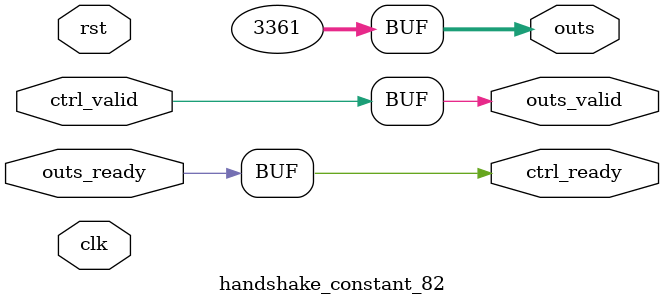
<source format=v>
`timescale 1ns / 1ps
module handshake_constant_82 #(
  parameter DATA_WIDTH = 32  // Default set to 32 bits
) (
  input                       clk,
  input                       rst,
  // Input Channel
  input                       ctrl_valid,
  output                      ctrl_ready,
  // Output Channel
  output [DATA_WIDTH - 1 : 0] outs,
  output                      outs_valid,
  input                       outs_ready
);
  assign outs       = 13'b0110100100001;
  assign outs_valid = ctrl_valid;
  assign ctrl_ready = outs_ready;

endmodule

</source>
